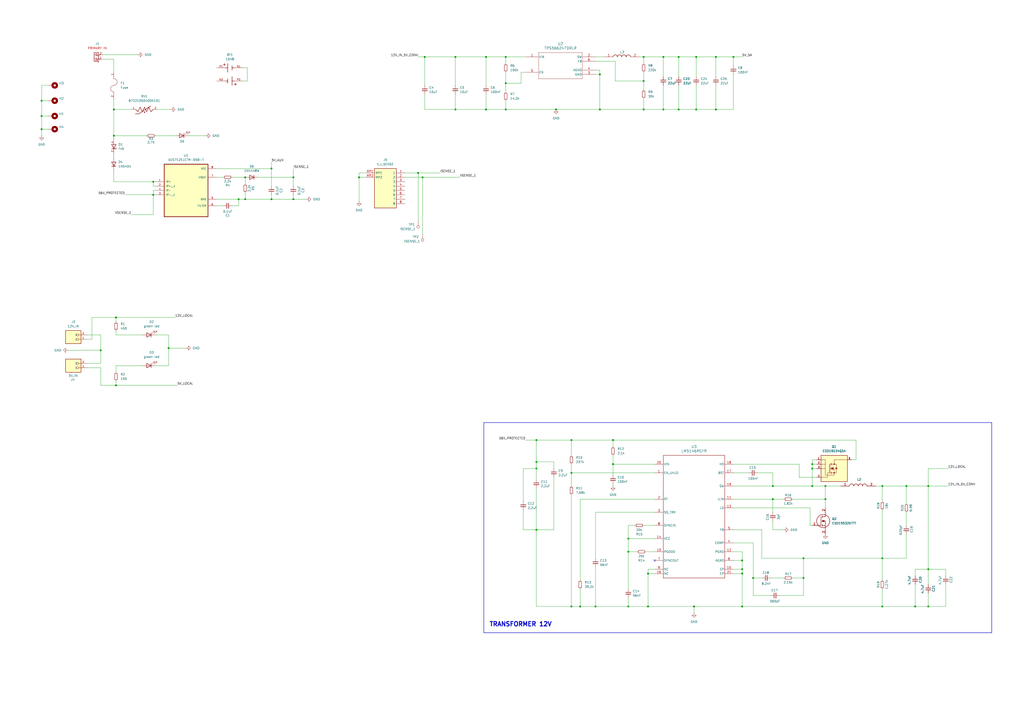
<source format=kicad_sch>
(kicad_sch (version 20231120) (generator "eeschema") (generator_version "8.0")
  (paper "A2")
  (title_block (title "LAYER_0 - PWD") (date "2024-08-05") (rev "Initial commit") (company "FabRice Team - Campus Fab"))
  (junction (at 415.29 63.5))
  (junction (at 511.81 351.79))
  (junction (at 311.15 307.34))
  (junction (at 436.88 335.28))
  (junction (at 281.94 63.5))
  (junction (at 448.31 281.94))
  (junction (at 355.6 255.27))
  (junction (at 466.09 323.85))
  (junction (at 478.79 281.94))
  (junction (at 242.57 100.33))
  (junction (at 511.81 281.94))
  (junction (at 345.44 351.79))
  (junction (at 142.24 102.87))
  (junction (at 373.38 46.99))
  (junction (at 347.98 63.5))
  (junction (at 538.48 281.94))
  (junction (at 373.38 63.5))
  (junction (at 24.13 58.42))
  (junction (at 336.55 351.79))
  (junction (at 375.92 351.79))
  (junction (at 66.04 78.74))
  (junction (at 355.6 269.24))
  (junction (at 311.15 271.78))
  (junction (at 170.18 102.87))
  (junction (at 208.28 102.87))
  (junction (at 142.24 115.57))
  (junction (at 138.43 115.57))
  (junction (at 281.94 33.02))
  (junction (at 364.49 320.04))
  (junction (at 511.81 323.85))
  (junction (at 170.18 115.57))
  (junction (at 384.81 63.5))
  (junction (at 347.98 43.18))
  (junction (at 425.45 33.02))
  (junction (at 311.15 255.27))
  (junction (at 538.48 351.79))
  (junction (at 293.37 33.02))
  (junction (at 293.37 63.5))
  (junction (at 430.53 332.74))
  (junction (at 448.31 289.56))
  (junction (at 471.17 271.78))
  (junction (at 88.9 105.41))
  (junction (at 264.16 33.02))
  (junction (at 67.31 184.15))
  (junction (at 415.29 33.02))
  (junction (at 331.47 274.32))
  (junction (at 157.48 97.79))
  (junction (at 311.15 267.97))
  (junction (at 24.13 74.93))
  (junction (at 430.53 325.12))
  (junction (at 97.79 201.93))
  (junction (at 331.47 351.79))
  (junction (at 58.42 203.2))
  (junction (at 393.7 63.5))
  (junction (at 403.86 63.5))
  (junction (at 402.59 351.79))
  (junction (at 331.47 255.27))
  (junction (at 157.48 115.57))
  (junction (at 393.7 33.02))
  (junction (at 375.92 332.74))
  (junction (at 293.37 48.26))
  (junction (at 364.49 351.79))
  (junction (at 24.13 67.31))
  (junction (at 88.9 113.03))
  (junction (at 373.38 33.02))
  (junction (at 66.04 63.5))
  (junction (at 430.53 351.79))
  (junction (at 538.48 330.2))
  (junction (at 67.31 223.52))
  (junction (at 525.78 281.94))
  (junction (at 322.58 63.5))
  (junction (at 364.49 312.42))
  (junction (at 264.16 63.5))
  (junction (at 471.17 269.24))
  (junction (at 245.11 102.87))
  (junction (at 430.53 330.2))
  (junction (at 403.86 33.02))
  (junction (at 471.17 281.94))
  (junction (at 478.79 289.56))
  (junction (at 246.38 33.02))
  (junction (at 384.81 33.02))
  (junction (at 466.09 335.28))
  (junction (at 530.86 351.79))
  (no_connect (at 379.73 325.12))
  (wire (pts (xy 530.86 330.2) (xy 538.48 330.2)))
  (wire (pts (xy 436.88 345.44) (xy 447.04 345.44)))
  (wire (pts (xy 53.34 196.85) (xy 50.8 196.85)))
  (wire (pts (xy 364.49 312.42) (xy 379.73 312.42)))
  (wire (pts (xy 403.86 33.02) (xy 415.29 33.02)))
  (wire (pts (xy 157.48 97.79) (xy 125.73 97.79)))
  (wire (pts (xy 384.81 63.5) (xy 373.38 63.5)))
  (wire (pts (xy 97.79 194.31) (xy 97.79 201.93)))
  (wire (pts (xy 90.17 194.31) (xy 97.79 194.31)))
  (wire (pts (xy 58.42 223.52) (xy 67.31 223.52)))
  (wire (pts (xy 430.53 351.79) (xy 511.81 351.79)))
  (wire (pts (xy 331.47 351.79) (xy 336.55 351.79)))
  (wire (pts (xy 436.88 314.96) (xy 436.88 335.28)))
  (wire (pts (xy 134.62 102.87) (xy 142.24 102.87)))
  (wire (pts (xy 67.31 184.15) (xy 67.31 186.69)))
  (wire (pts (xy 478.79 281.94) (xy 487.68 281.94)))
  (wire (pts (xy 548.64 351.79) (xy 538.48 351.79)))
  (wire (pts (xy 463.55 269.24) (xy 425.45 269.24)))
  (wire (pts (xy 311.15 267.97) (xy 321.31 267.97)))
  (wire (pts (xy 511.81 323.85) (xy 525.78 323.85)))
  (wire (pts (xy 466.09 323.85) (xy 466.09 335.28)))
  (wire (pts (xy 67.31 194.31) (xy 82.55 194.31)))
  (wire (pts (xy 303.53 271.78) (xy 303.53 290.83)))
  (wire (pts (xy 436.88 335.28) (xy 441.96 335.28)))
  (wire (pts (xy 281.94 54.61) (xy 281.94 63.5)))
  (wire (pts (xy 264.16 54.61) (xy 264.16 63.5)))
  (wire (pts (xy 345.44 328.93) (xy 345.44 351.79)))
  (wire (pts (xy 459.74 335.28) (xy 466.09 335.28)))
  (wire (pts (xy 441.96 323.85) (xy 466.09 323.85)))
  (wire (pts (xy 511.81 281.94) (xy 511.81 290.83)))
  (wire (pts (xy 415.29 63.5) (xy 403.86 63.5)))
  (wire (pts (xy 245.11 102.87) (xy 245.11 135.89)))
  (wire (pts (xy 311.15 283.21) (xy 311.15 307.34)))
  (wire (pts (xy 208.28 102.87) (xy 208.28 116.84)))
  (wire (pts (xy 425.45 33.02) (xy 430.53 33.02)))
  (wire (pts (xy 76.2 124.46) (xy 88.9 124.46)))
  (wire (pts (xy 355.6 269.24) (xy 379.73 269.24)))
  (wire (pts (xy 373.38 41.91) (xy 373.38 46.99)))
  (wire (pts (xy 525.78 309.88) (xy 525.78 323.85)))
  (wire (pts (xy 212.09 100.33) (xy 208.28 100.33)))
  (wire (pts (xy 67.31 184.15) (xy 101.6 184.15)))
  (wire (pts (xy 508 281.94) (xy 511.81 281.94)))
  (wire (pts (xy 425.45 314.96) (xy 436.88 314.96)))
  (wire (pts (xy 425.45 330.2) (xy 430.53 330.2)))
  (wire (pts (xy 379.73 330.2) (xy 375.92 330.2)))
  (wire (pts (xy 302.26 48.26) (xy 293.37 48.26)))
  (wire (pts (xy 448.31 302.26) (xy 448.31 307.34)))
  (wire (pts (xy 347.98 40.64) (xy 345.44 40.64)))
  (wire (pts (xy 403.86 33.02) (xy 403.86 44.45)))
  (wire (pts (xy 66.04 99.06) (xy 66.04 105.41)))
  (wire (pts (xy 356.87 35.56) (xy 356.87 46.99)))
  (wire (pts (xy 402.59 351.79) (xy 430.53 351.79)))
  (wire (pts (xy 430.53 332.74) (xy 430.53 351.79)))
  (wire (pts (xy 311.15 307.34) (xy 311.15 351.79)))
  (wire (pts (xy 393.7 33.02) (xy 393.7 44.45)))
  (wire (pts (xy 425.45 33.02) (xy 425.45 38.1)))
  (wire (pts (xy 242.57 33.02) (xy 246.38 33.02)))
  (wire (pts (xy 368.3 304.8) (xy 364.49 304.8)))
  (wire (pts (xy 538.48 281.94) (xy 549.91 281.94)))
  (wire (pts (xy 149.86 102.87) (xy 170.18 102.87)))
  (wire (pts (xy 402.59 351.79) (xy 402.59 355.6)))
  (wire (pts (xy 538.48 281.94) (xy 538.48 330.2)))
  (wire (pts (xy 525.78 281.94) (xy 538.48 281.94)))
  (wire (pts (xy 430.53 330.2) (xy 430.53 332.74)))
  (wire (pts (xy 67.31 220.98) (xy 67.31 223.52)))
  (wire (pts (xy 72.39 113.03) (xy 88.9 113.03)))
  (wire (pts (xy 439.42 274.32) (xy 448.31 274.32)))
  (wire (pts (xy 303.53 307.34) (xy 311.15 307.34)))
  (wire (pts (xy 441.96 307.34) (xy 441.96 323.85)))
  (wire (pts (xy 67.31 215.9) (xy 67.31 212.09)))
  (wire (pts (xy 246.38 54.61) (xy 246.38 63.5)))
  (wire (pts (xy 347.98 43.18) (xy 347.98 40.64)))
  (wire (pts (xy 447.04 335.28) (xy 454.66 335.28)))
  (wire (pts (xy 59.69 31.75) (xy 80.01 31.75)))
  (wire (pts (xy 473.71 266.7) (xy 471.17 266.7)))
  (wire (pts (xy 511.81 281.94) (xy 525.78 281.94)))
  (wire (pts (xy 364.49 304.8) (xy 364.49 312.42)))
  (wire (pts (xy 331.47 274.32) (xy 331.47 281.94)))
  (wire (pts (xy 355.6 255.27) (xy 355.6 259.08)))
  (wire (pts (xy 425.45 294.64) (xy 469.9 294.64)))
  (wire (pts (xy 331.47 255.27) (xy 331.47 264.16)))
  (wire (pts (xy 88.9 110.49) (xy 88.9 113.03)))
  (wire (pts (xy 478.79 289.56) (xy 478.79 294.64)))
  (wire (pts (xy 138.43 115.57) (xy 138.43 119.38)))
  (wire (pts (xy 331.47 269.24) (xy 331.47 274.32)))
  (wire (pts (xy 525.78 281.94) (xy 525.78 292.1)))
  (wire (pts (xy 345.44 297.18) (xy 379.73 297.18)))
  (wire (pts (xy 58.42 194.31) (xy 50.8 194.31)))
  (wire (pts (xy 293.37 41.91) (xy 293.37 48.26)))
  (wire (pts (xy 91.44 63.5) (xy 99.06 63.5)))
  (wire (pts (xy 90.17 212.09) (xy 97.79 212.09)))
  (wire (pts (xy 538.48 271.78) (xy 538.48 281.94)))
  (wire (pts (xy 39.37 203.2) (xy 58.42 203.2)))
  (wire (pts (xy 293.37 58.42) (xy 293.37 63.5)))
  (wire (pts (xy 548.64 330.2) (xy 548.64 334.01)))
  (wire (pts (xy 24.13 58.42) (xy 24.13 67.31)))
  (wire (pts (xy 293.37 63.5) (xy 281.94 63.5)))
  (wire (pts (xy 66.04 63.5) (xy 76.2 63.5)))
  (wire (pts (xy 143.51 39.37) (xy 143.51 46.99)))
  (wire (pts (xy 90.17 107.95) (xy 88.9 107.95)))
  (wire (pts (xy 356.87 46.99) (xy 373.38 46.99)))
  (wire (pts (xy 448.31 307.34) (xy 454.66 307.34)))
  (wire (pts (xy 321.31 267.97) (xy 321.31 271.78)))
  (wire (pts (xy 347.98 63.5) (xy 347.98 43.18)))
  (wire (pts (xy 321.31 276.86) (xy 321.31 307.34)))
  (wire (pts (xy 336.55 289.56) (xy 379.73 289.56)))
  (wire (pts (xy 302.26 41.91) (xy 302.26 48.26)))
  (wire (pts (xy 66.04 78.74) (xy 85.09 78.74)))
  (wire (pts (xy 24.13 74.93) (xy 27.94 74.93)))
  (wire (pts (xy 170.18 102.87) (xy 170.18 107.95)))
  (wire (pts (xy 142.24 102.87) (xy 142.24 106.68)))
  (wire (pts (xy 496.57 266.7) (xy 494.03 266.7)))
  (wire (pts (xy 143.51 46.99) (xy 140.97 46.99)))
  (wire (pts (xy 373.38 33.02) (xy 373.38 36.83)))
  (wire (pts (xy 66.04 105.41) (xy 88.9 105.41)))
  (wire (pts (xy 393.7 49.53) (xy 393.7 63.5)))
  (wire (pts (xy 452.12 345.44) (xy 466.09 345.44)))
  (wire (pts (xy 311.15 307.34) (xy 321.31 307.34)))
  (wire (pts (xy 511.81 323.85) (xy 511.81 336.55)))
  (wire (pts (xy 530.86 339.09) (xy 530.86 351.79)))
  (wire (pts (xy 142.24 115.57) (xy 157.48 115.57)))
  (wire (pts (xy 425.45 320.04) (xy 430.53 320.04)))
  (wire (pts (xy 255.27 100.33) (xy 242.57 100.33)))
  (wire (pts (xy 53.34 184.15) (xy 53.34 196.85)))
  (wire (pts (xy 304.8 255.27) (xy 311.15 255.27)))
  (wire (pts (xy 430.53 325.12) (xy 430.53 330.2)))
  (wire (pts (xy 24.13 67.31) (xy 27.94 67.31)))
  (wire (pts (xy 345.44 323.85) (xy 345.44 297.18)))
  (wire (pts (xy 157.48 93.98) (xy 157.48 97.79)))
  (wire (pts (xy 430.53 320.04) (xy 430.53 325.12)))
  (wire (pts (xy 355.6 269.24) (xy 355.6 275.59)))
  (wire (pts (xy 345.44 43.18) (xy 347.98 43.18)))
  (wire (pts (xy 66.04 34.29) (xy 66.04 41.91)))
  (wire (pts (xy 293.37 63.5) (xy 322.58 63.5)))
  (wire (pts (xy 466.09 323.85) (xy 511.81 323.85)))
  (wire (pts (xy 436.88 335.28) (xy 436.88 345.44)))
  (wire (pts (xy 425.45 43.18) (xy 425.45 63.5)))
  (wire (pts (xy 471.17 271.78) (xy 471.17 281.94)))
  (wire (pts (xy 24.13 67.31) (xy 24.13 74.93)))
  (wire (pts (xy 170.18 97.79) (xy 170.18 102.87)))
  (wire (pts (xy 373.38 46.99) (xy 373.38 52.07)))
  (wire (pts (xy 345.44 35.56) (xy 356.87 35.56)))
  (wire (pts (xy 478.79 289.56) (xy 478.79 281.94)))
  (wire (pts (xy 425.45 325.12) (xy 430.53 325.12)))
  (wire (pts (xy 425.45 307.34) (xy 441.96 307.34)))
  (wire (pts (xy 311.15 351.79) (xy 331.47 351.79)))
  (wire (pts (xy 548.64 339.09) (xy 548.64 351.79)))
  (wire (pts (xy 67.31 212.09) (xy 82.55 212.09)))
  (wire (pts (xy 373.38 304.8) (xy 379.73 304.8)))
  (wire (pts (xy 66.04 91.44) (xy 66.04 90.17)))
  (wire (pts (xy 364.49 320.04) (xy 369.57 320.04)))
  (wire (pts (xy 66.04 57.15) (xy 66.04 63.5)))
  (wire (pts (xy 355.6 264.16) (xy 355.6 269.24)))
  (wire (pts (xy 425.45 332.74) (xy 430.53 332.74)))
  (wire (pts (xy 448.31 289.56) (xy 448.31 297.18)))
  (wire (pts (xy 384.81 33.02) (xy 393.7 33.02)))
  (wire (pts (xy 425.45 274.32) (xy 434.34 274.32)))
  (wire (pts (xy 24.13 74.93) (xy 24.13 78.74)))
  (wire (pts (xy 97.79 212.09) (xy 97.79 201.93)))
  (wire (pts (xy 393.7 63.5) (xy 384.81 63.5)))
  (wire (pts (xy 347.98 63.5) (xy 373.38 63.5)))
  (wire (pts (xy 264.16 33.02) (xy 264.16 49.53)))
  (wire (pts (xy 50.8 210.82) (xy 58.42 210.82)))
  (wire (pts (xy 384.81 33.02) (xy 384.81 44.45)))
  (wire (pts (xy 471.17 266.7) (xy 471.17 269.24)))
  (wire (pts (xy 375.92 332.74) (xy 375.92 351.79)))
  (wire (pts (xy 373.38 57.15) (xy 373.38 63.5)))
  (wire (pts (xy 170.18 115.57) (xy 177.8 115.57)))
  (wire (pts (xy 511.81 295.91) (xy 511.81 323.85)))
  (wire (pts (xy 66.04 78.74) (xy 66.04 80.01)))
  (wire (pts (xy 331.47 287.02) (xy 331.47 351.79)))
  (wire (pts (xy 364.49 351.79) (xy 375.92 351.79)))
  (wire (pts (xy 364.49 341.63) (xy 364.49 320.04)))
  (wire (pts (xy 97.79 201.93) (xy 107.95 201.93)))
  (wire (pts (xy 246.38 33.02) (xy 246.38 49.53)))
  (wire (pts (xy 67.31 223.52) (xy 102.87 223.52)))
  (wire (pts (xy 245.11 102.87) (xy 266.7 102.87)))
  (wire (pts (xy 293.37 48.26) (xy 293.37 53.34)))
  (wire (pts (xy 471.17 281.94) (xy 478.79 281.94)))
  (wire (pts (xy 530.86 351.79) (xy 538.48 351.79)))
  (wire (pts (xy 425.45 281.94) (xy 448.31 281.94)))
  (wire (pts (xy 24.13 58.42) (xy 27.94 58.42)))
  (wire (pts (xy 88.9 113.03) (xy 90.17 113.03)))
  (wire (pts (xy 415.29 33.02) (xy 425.45 33.02)))
  (wire (pts (xy 293.37 33.02) (xy 293.37 36.83)))
  (wire (pts (xy 208.28 100.33) (xy 208.28 102.87)))
  (wire (pts (xy 549.91 271.78) (xy 538.48 271.78)))
  (wire (pts (xy 364.49 346.71) (xy 364.49 351.79)))
  (wire (pts (xy 53.34 184.15) (xy 67.31 184.15)))
  (wire (pts (xy 345.44 351.79) (xy 364.49 351.79)))
  (wire (pts (xy 538.48 330.2) (xy 538.48 339.09)))
  (wire (pts (xy 281.94 63.5) (xy 264.16 63.5)))
  (wire (pts (xy 373.38 33.02) (xy 384.81 33.02)))
  (wire (pts (xy 88.9 107.95) (xy 88.9 105.41)))
  (wire (pts (xy 157.48 113.03) (xy 157.48 115.57)))
  (wire (pts (xy 170.18 113.03) (xy 170.18 115.57)))
  (wire (pts (xy 66.04 63.5) (xy 66.04 78.74)))
  (wire (pts (xy 140.97 39.37) (xy 143.51 39.37)))
  (wire (pts (xy 88.9 105.41) (xy 90.17 105.41)))
  (wire (pts (xy 264.16 33.02) (xy 281.94 33.02)))
  (wire (pts (xy 58.42 194.31) (xy 58.42 203.2)))
  (wire (pts (xy 364.49 320.04) (xy 364.49 312.42)))
  (wire (pts (xy 448.31 289.56) (xy 454.66 289.56)))
  (wire (pts (xy 125.73 102.87) (xy 129.54 102.87)))
  (wire (pts (xy 90.17 78.74) (xy 101.6 78.74)))
  (wire (pts (xy 281.94 33.02) (xy 281.94 49.53)))
  (wire (pts (xy 88.9 124.46) (xy 88.9 113.03)))
  (wire (pts (xy 58.42 213.36) (xy 50.8 213.36)))
  (wire (pts (xy 538.48 330.2) (xy 548.64 330.2)))
  (wire (pts (xy 415.29 33.02) (xy 415.29 44.45)))
  (wire (pts (xy 24.13 49.53) (xy 24.13 58.42)))
  (wire (pts (xy 384.81 49.53) (xy 384.81 63.5)))
  (wire (pts (xy 511.81 341.63) (xy 511.81 351.79)))
  (wire (pts (xy 293.37 33.02) (xy 304.8 33.02)))
  (wire (pts (xy 496.57 255.27) (xy 496.57 266.7)))
  (wire (pts (xy 530.86 334.01) (xy 530.86 330.2)))
  (wire (pts (xy 208.28 102.87) (xy 212.09 102.87)))
  (wire (pts (xy 246.38 33.02) (xy 264.16 33.02)))
  (wire (pts (xy 375.92 332.74) (xy 379.73 332.74)))
  (wire (pts (xy 415.29 49.53) (xy 415.29 63.5)))
  (wire (pts (xy 375.92 330.2) (xy 375.92 332.74)))
  (wire (pts (xy 58.42 223.52) (xy 58.42 213.36)))
  (wire (pts (xy 425.45 63.5) (xy 415.29 63.5)))
  (wire (pts (xy 322.58 63.5) (xy 347.98 63.5)))
  (wire (pts (xy 466.09 335.28) (xy 466.09 345.44)))
  (wire (pts (xy 469.9 304.8) (xy 471.17 304.8)))
  (wire (pts (xy 375.92 351.79) (xy 402.59 351.79)))
  (wire (pts (xy 525.78 297.18) (xy 525.78 304.8)))
  (wire (pts (xy 473.71 276.86) (xy 463.55 276.86)))
  (wire (pts (xy 59.69 34.29) (xy 66.04 34.29)))
  (wire (pts (xy 109.22 78.74) (xy 119.38 78.74)))
  (wire (pts (xy 471.17 271.78) (xy 473.71 271.78)))
  (wire (pts (xy 336.55 351.79) (xy 345.44 351.79)))
  (wire (pts (xy 403.86 63.5) (xy 393.7 63.5)))
  (wire (pts (xy 336.55 336.55) (xy 336.55 289.56)))
  (wire (pts (xy 355.6 280.67) (xy 355.6 281.94)))
  (wire (pts (xy 67.31 191.77) (xy 67.31 194.31)))
  (wire (pts (xy 281.94 33.02) (xy 293.37 33.02)))
  (wire (pts (xy 242.57 100.33) (xy 234.95 100.33)))
  (wire (pts (xy 27.94 49.53) (xy 24.13 49.53)))
  (wire (pts (xy 125.73 115.57) (xy 138.43 115.57)))
  (wire (pts (xy 157.48 97.79) (xy 157.48 107.95)))
  (wire (pts (xy 311.15 267.97) (xy 311.15 271.78)))
  (wire (pts (xy 425.45 289.56) (xy 448.31 289.56)))
  (wire (pts (xy 331.47 274.32) (xy 379.73 274.32)))
  (wire (pts (xy 469.9 294.64) (xy 469.9 304.8)))
  (wire (pts (xy 463.55 276.86) (xy 463.55 269.24)))
  (wire (pts (xy 304.8 41.91) (xy 302.26 41.91)))
  (wire (pts (xy 125.73 119.38) (xy 129.54 119.38)))
  (wire (pts (xy 448.31 281.94) (xy 471.17 281.94)))
  (wire (pts (xy 58.42 203.2) (xy 58.42 210.82)))
  (wire (pts (xy 355.6 255.27) (xy 496.57 255.27)))
  (wire (pts (xy 311.15 255.27) (xy 331.47 255.27)))
  (wire (pts (xy 345.44 33.02) (xy 350.52 33.02)))
  (wire (pts (xy 471.17 269.24) (xy 473.71 269.24)))
  (wire (pts (xy 311.15 255.27) (xy 311.15 267.97)))
  (wire (pts (xy 459.74 289.56) (xy 478.79 289.56)))
  (wire (pts (xy 538.48 344.17) (xy 538.48 351.79)))
  (wire (pts (xy 448.31 274.32) (xy 448.31 281.94)))
  (wire (pts (xy 90.17 110.49) (xy 88.9 110.49)))
  (wire (pts (xy 264.16 63.5) (xy 246.38 63.5)))
  (wire (pts (xy 331.47 255.27) (xy 355.6 255.27)))
  (wire (pts (xy 403.86 49.53) (xy 403.86 63.5)))
  (wire (pts (xy 370.84 33.02) (xy 373.38 33.02)))
  (wire (pts (xy 311.15 271.78) (xy 311.15 278.13)))
  (wire (pts (xy 142.24 111.76) (xy 142.24 115.57)))
  (wire (pts (xy 303.53 271.78) (xy 311.15 271.78)))
  (wire (pts (xy 374.65 320.04) (xy 379.73 320.04)))
  (wire (pts (xy 511.81 351.79) (xy 530.86 351.79)))
  (wire (pts (xy 242.57 100.33) (xy 242.57 128.27)))
  (wire (pts (xy 471.17 269.24) (xy 471.17 271.78)))
  (wire (pts (xy 336.55 341.63) (xy 336.55 351.79)))
  (wire (pts (xy 234.95 102.87) (xy 245.11 102.87)))
  (wire (pts (xy 138.43 115.57) (xy 142.24 115.57)))
  (wire (pts (xy 393.7 33.02) (xy 403.86 33.02)))
  (wire (pts (xy 157.48 115.57) (xy 170.18 115.57)))
  (wire (pts (xy 303.53 295.91) (xy 303.53 307.34)))
  (wire (pts (xy 134.62 119.38) (xy 138.43 119.38)))
  (rectangle (start 280.67 245.11) (end 575.31 367.03) (stroke (width 0.254)))
  (text "TRANSFORMER 12V\n" (at 302.006 362.204 0) (effects (font (size 2.54 2.54) (thickness 0.508) (bold yes))))
  (label "56V_PROTECTED" (at 304.8 255.27 180))
  (label "12V_LOCAL" (at 101.6 184.15 0))
  (label "VSENSE_1" (at 76.2 124.46 180))
  (label "12V_IN_5V_CONV" (at 549.91 281.94 0))
  (label "12V_IN_5V_CONV" (at 242.57 33.02 180))
  (label "12V_LOCAL" (at 549.91 271.78 0))
  (label "5V_5A" (at 430.53 33.02 0))
  (label "ISENSE_1" (at 170.18 97.79 0))
  (label "5V_AUX" (at 157.48 93.98 0))
  (label "ISENSE_1" (at 255.27 100.33 0))
  (label "56V_PROTECTED" (at 72.39 113.03 180))
  (label "VSENSE_1" (at 266.7 102.87 0))
  (label "5V_LOCAL" (at 102.87 223.52 0))
  (symbol (lib_id "Device:R_Small") (at 87.63 78.74 270) (unit 1)
    (property "Reference" "R3" (at 87.63 80.518 90))
    (property "Value" "2.7K" (at 87.63 82.55 90))
    (property "Footprint" "Resistor_SMD:R_1206_3216Metric" (effects (hide yes)))
    (property "Description" "Resistor, small symbol" (effects (hide yes)))
  )
  (symbol (lib_id "0679H3000-05:0679H3000-05") (at 66.04 49.53 270) (unit 1)
    (property "Reference" "F1" (at 69.85 48.2599 90) (effects (justify left)))
    (property "Value" "Fuse" (at 69.85 50.7999 90) (effects (justify left)))
    (property "Footprint" "Footprints:FUSC6125X279N" (effects (hide yes)))
    (property "PARTREV" "0679H Apr2019" (effects (hide yes)))
    (property "MANUFACTURER" "BELFUSE" (effects (hide yes)))
    (property "MAXIMUM_PACKAGE_HEIGHT" "2.79mm" (effects (hide yes)))
    (property "STANDARD" "IPC-7351B" (effects (hide yes)))
  )
  (symbol (lib_id "power:GND") (at 322.58 63.5 0) (unit 1)
    (property "Reference" "#PWR03" (effects (hide yes)))
    (property "Value" "GND" (at 322.58 68.58 0))
    (property "Description" "Power symbol creates a global label with name \"GND\" , ground" (effects (hide yes)))
  )
  (symbol (lib_id "Device:C_Small") (at 436.88 274.32 90) (unit 1)
    (property "Reference" "C15" (at 436.626 271.272 90))
    (property "Value" "100nF" (at 436.88 277.622 90))
    (property "Footprint" "Capacitor_SMD:C_0603_1608Metric" (effects (hide yes)))
    (property "Description" "Unpolarized capacitor, small symbol" (effects (hide yes)))
  )
  (symbol (lib_id "Device:C_Small") (at 548.64 336.55 0) (unit 1)
    (property "Reference" "C22" (at 551.688 336.296 90))
    (property "Value" "4.7uF" (at 545.338 336.55 90))
    (property "Footprint" "Capacitor_SMD:C_1210_3225Metric" (effects (hide yes)))
    (property "Description" "Unpolarized capacitor, small symbol" (effects (hide yes)))
  )
  (symbol (lib_id "Device:C_Small") (at 425.45 40.64 0) (unit 1)
    (property "Reference" "C8" (at 427.99 39.3762 0) (effects (justify left)))
    (property "Value" "100nF" (at 427.99 41.9162 0) (effects (justify left)))
    (property "Footprint" "Capacitor_SMD:C_0603_1608Metric" (effects (hide yes)))
    (property "Description" "Unpolarized capacitor, small symbol" (effects (hide yes)))
  )
  (symbol (lib_id "Device:R_Small") (at 370.84 304.8 90) (unit 1)
    (property "Reference" "R15" (at 370.84 309.88 90))
    (property "Value" "20k" (at 370.84 307.34 90))
    (property "Footprint" "Resistor_SMD:R_0603_1608Metric" (effects (hide yes)))
    (property "Description" "Resistor, small symbol" (effects (hide yes)))
  )
  (symbol (lib_id "Device:C_Small") (at 525.78 307.34 0) (unit 1)
    (property "Reference" "C19" (at 528.828 307.086 90))
    (property "Value" "620pF" (at 522.478 307.34 90))
    (property "Footprint" "Capacitor_SMD:C_0603_1608Metric" (effects (hide yes)))
    (property "Description" "Unpolarized capacitor, small symbol" (effects (hide yes)))
  )
  (symbol (lib_id "TPS566247DRLR:TPS566247DRLR") (at 304.8 35.56 0) (unit 1)
    (property "Reference" "U2" (at 325.12 25.4 0) (effects (font (size 1.524 1.524))))
    (property "Value" "TPS566247DRLR" (at 325.12 27.94 0) (effects (font (size 1.524 1.524))))
    (property "Footprint" "SOT-5X3-6_DRL_TEX" (effects (hide yes)))
    (property "Datasheet" "TPS566247DRLR" (effects (hide yes)))
  )
  (symbol (lib_id "Device:C_Small") (at 157.48 110.49 180) (unit 1)
    (property "Reference" "C2" (at 163.068 110.49 90))
    (property "Value" "0.1uF" (at 160.782 110.49 90))
    (property "Footprint" "Capacitor_SMD:C_0603_1608Metric" (effects (hide yes)))
    (property "Description" "Unpolarized capacitor, small symbol" (effects (hide yes)))
  )
  (symbol (lib_id "Device:R_Small") (at 293.37 39.37 0) (unit 1)
    (property "Reference" "R6" (at 295.91 38.0999 0) (effects (justify left)))
    (property "Value" "100k" (at 295.91 40.6399 0) (effects (justify left)))
    (property "Footprint" "Resistor_SMD:R_0603_1608Metric" (effects (hide yes)))
    (property "Description" "Resistor, small symbol" (effects (hide yes)))
  )
  (symbol (lib_id "Device:R_Small") (at 355.6 261.62 0) (unit 1)
    (property "Reference" "R12" (at 358.14 260.3499 0) (effects (justify left)))
    (property "Value" "2.1k" (at 358.14 262.8899 0) (effects (justify left)))
    (property "Footprint" "Resistor_SMD:R_0603_1608Metric" (effects (hide yes)))
    (property "Description" "Resistor, small symbol" (effects (hide yes)))
  )
  (symbol (lib_id "XAL5030-222MEC:XAL5030-222MEC") (at 350.52 33.02 0) (unit 1)
    (property "Reference" "L3" (at 360.934 30.226 0))
    (property "Value" "XAL5030-222MEC" (effects (hide yes)))
    (property "Footprint" "XAL5030222MEC" (effects (hide yes)))
    (property "Datasheet" "https://www.coilcraft.com/getmedia/49bc46c8-4b2c-45b9-9b6c-2eaa235ea698/xal50xx.pdf" (effects (hide yes)))
    (property "Description" "INDUCTOR, 2.2UH, 9.2A, 20%, PWR, 38MHZ" (effects (hide yes)))
    (property "Height" "3.1" (effects (hide yes)))
    (property "Mouser Part Number" "994-XAL5030-222MEC" (effects (hide yes)))
    (property "Mouser Price/Stock" "https://www.mouser.co.uk/ProductDetail/Coilcraft/XAL5030-222MEC?qs=zCSbvcPd3pamMZlPWCpd5A%3D%3D" (effects (hide yes)))
    (property "Manufacturer_Name" "COILCRAFT" (effects (hide yes)))
    (property "Manufacturer_Part_Number" "XAL5030-222MEC" (effects (hide yes)))
  )
  (symbol (lib_id "power:GND") (at 119.38 78.74 90) (unit 1)
    (property "Reference" "#PWR05" (effects (hide yes)))
    (property "Value" "GND" (at 123.19 78.7399 90) (effects (justify right)))
    (property "Description" "Power symbol creates a global label with name \"GND\" , ground" (effects (hide yes)))
  )
  (symbol (lib_id "Mechanical:MountingHole_Pad") (at 30.48 49.53 270) (unit 1) (exclude_from_sim yes) (in_bom no)
    (property "Reference" "H3" (at 34.29 48.2599 90) (effects (justify left)))
    (property "Value" "MountingHole_Pad" (effects (hide yes)))
    (property "Footprint" "MountingHole:MountingHole_3.2mm_M3_Pad" (effects (hide yes)))
    (property "Description" "Mounting Hole with connection" (effects (hide yes)))
  )
  (symbol (lib_id "power:GND") (at 99.06 63.5 90) (unit 1)
    (property "Reference" "#PWR04" (effects (hide yes)))
    (property "Value" "GND" (at 102.87 63.4999 90) (effects (justify right)))
    (property "Description" "Power symbol creates a global label with name \"GND\" , ground" (effects (hide yes)))
  )
  (symbol (lib_id "Device:C_Small") (at 538.48 341.63 0) (unit 1)
    (property "Reference" "C21" (at 541.528 341.376 90))
    (property "Value" "4.7uF" (at 535.178 341.63 90))
    (property "Footprint" "Capacitor_SMD:C_1210_3225Metric" (effects (hide yes)))
    (property "Description" "Unpolarized capacitor, small symbol" (effects (hide yes)))
  )
  (symbol (lib_id "power:GND") (at 39.37 203.2 270) (unit 1)
    (property "Reference" "#PWR06" (effects (hide yes)))
    (property "Value" "GND" (at 35.56 203.1999 90) (effects (justify right)))
    (property "Description" "Power symbol creates a global label with name \"GND\" , ground" (effects (hide yes)))
  )
  (symbol (lib_id "power:GND") (at 208.28 116.84 0) (unit 1)
    (property "Reference" "#PWR013" (effects (hide yes)))
    (property "Value" "GND" (at 208.28 121.92 0))
    (property "Description" "Power symbol creates a global label with name \"GND\" , ground" (effects (hide yes)))
  )
  (symbol (lib_id "Diode:1N5404") (at 66.04 95.25 90) (unit 1)
    (property "Reference" "D4" (at 68.58 93.9799 90) (effects (justify right)))
    (property "Value" "1N5404" (at 68.58 96.5199 90) (effects (justify right)))
    (property "Footprint" "Diode_THT:D_DO-201AD_P15.24mm_Horizontal" (effects (hide yes)))
    (property "Datasheet" "http://www.vishay.com/docs/88516/1n5400.pdf" (effects (hide yes)))
    (property "Description" "400V 3A General Purpose Rectifier Diode, DO-201AD" (effects (hide yes)))
    (property "Sim.Device" "D" (effects (hide yes)))
    (property "Sim.Pins" "1=K 2=A" (effects (hide yes)))
  )
  (symbol (lib_id "Device:R_Small") (at 331.47 284.48 0) (unit 1)
    (property "Reference" "R11" (at 334.01 283.2099 0) (effects (justify left)))
    (property "Value" "7.68k" (at 334.01 285.7499 0) (effects (justify left)))
    (property "Footprint" "Resistor_SMD:R_0603_1608Metric" (effects (hide yes)))
    (property "Description" "Resistor, small symbol" (effects (hide yes)))
  )
  (symbol (lib_id "1735265-8:1735265-8") (at 212.09 100.33 0) (unit 1)
    (property "Reference" "J5" (at 223.52 92.71 0))
    (property "Value" "V_I_SENSE" (at 223.52 95.25 0))
    (property "Footprint" "Footprints:17352658" (effects (hide yes)))
    (property "Datasheet" "https://www.te.com/commerce/DocumentDelivery/DDEController?Action=srchrtrv&DocNm=1-1773959-7-FPC-Connectors-CN&DocType=Data%20Sheet&DocLang=Chinese (Simplified)&PartCntxt=1735265-8&DocFormat=pdf" (effects (hide yes)))
    (property "Description" "Body Features: Primary Product Color Natural | Configuration Features: Compatible With Wire & Cable Type FFC | Number of Positions 8 | Number of Rows 1 | PCB Mount Orientation Right Angle | Compatible With Wire & Cable Type FPC | Contact Features: Contact Mating Location Bottom | Contact Mating Area Plating Material Thickness 2 MICIN | Contact Shape & Form Standard Flat | Contact Mating Area Plating Material Gold | Contact Type Socket | Contact Base Material Phosphor Bronze | PCB Contact Termination Area Pl" (effects (hide yes)))
    (property "Height" "2.74" (effects (hide yes)))
    (property "Mouser Part Number" "571-1735265-8" (effects (hide yes)))
    (property "Mouser Price/Stock" "https://www.mouser.co.uk/ProductDetail/TE-Connectivity-AMP/1735265-8?qs=vkMqrgFpRajjm%252BbPDw7SSA%3D%3D" (effects (hide yes)))
    (property "Manufacturer_Name" "TE Connectivity" (effects (hide yes)))
    (property "Manufacturer_Part_Number" "1735265-8" (effects (hide yes)))
  )
  (symbol (lib_id "Device:C_Small") (at 530.86 336.55 0) (unit 1)
    (property "Reference" "C20" (at 533.908 336.296 90))
    (property "Value" "4.7uF" (at 527.558 336.55 90))
    (property "Footprint" "Capacitor_SMD:C_1210_3225Metric" (effects (hide yes)))
    (property "Description" "Unpolarized capacitor, small symbol" (effects (hide yes)))
  )
  (symbol (lib_id "Device:C_Small") (at 384.81 46.99 0) (unit 1)
    (property "Reference" "C7" (at 387.35 45.7262 0) (effects (justify left)))
    (property "Value" "22uF" (at 387.35 48.2662 0) (effects (justify left)))
    (property "Footprint" "Capacitor_SMD:C_0805_2012Metric" (effects (hide yes)))
    (property "Description" "Unpolarized capacitor, small symbol" (effects (hide yes)))
  )
  (symbol (lib_id "Device:C_Small") (at 264.16 52.07 0) (unit 1)
    (property "Reference" "C5" (at 266.7 50.8062 0) (effects (justify left)))
    (property "Value" "10uF" (at 266.7 53.3462 0) (effects (justify left)))
    (property "Footprint" "Capacitor_SMD:C_0805_2012Metric" (effects (hide yes)))
    (property "Description" "Unpolarized capacitor, small symbol" (effects (hide yes)))
  )
  (symbol (lib_id "power:GND") (at 454.66 307.34 90) (unit 1)
    (property "Reference" "#PWR011" (effects (hide yes)))
    (property "Value" "GND" (at 458.47 307.3399 90) (effects (justify right)))
    (property "Description" "Power symbol creates a global label with name \"GND\" , ground" (effects (hide yes)))
  )
  (symbol (lib_id "Device:C_Small") (at 444.5 335.28 90) (unit 1)
    (property "Reference" "C18" (at 444.246 332.232 90))
    (property "Value" "8.2nF" (at 444.5 338.582 90))
    (property "Footprint" "Capacitor_SMD:C_0603_1608Metric" (effects (hide yes)))
    (property "Description" "Unpolarized capacitor, small symbol" (effects (hide yes)))
  )
  (symbol (lib_id "Device:R_Small") (at 331.47 266.7 0) (unit 1)
    (property "Reference" "R10" (at 334.01 265.4299 0) (effects (justify left)))
    (property "Value" "237k" (at 334.01 267.9699 0) (effects (justify left)))
    (property "Footprint" "Resistor_SMD:R_0603_1608Metric" (effects (hide yes)))
    (property "Description" "Resistor, small symbol" (effects (hide yes)))
  )
  (symbol (lib_id "Device:R_Small") (at 67.31 189.23 0) (unit 1)
    (property "Reference" "R1" (at 69.85 187.9599 0) (effects (justify left)))
    (property "Value" "450" (at 69.85 190.4999 0) (effects (justify left)))
    (property "Footprint" "Resistor_SMD:R_1206_3216Metric" (effects (hide yes)))
    (property "Description" "Resistor, small symbol" (effects (hide yes)))
  )
  (symbol (lib_id "Mechanical:MountingHole_Pad") (at 30.48 67.31 270) (unit 1) (exclude_from_sim yes) (in_bom no)
    (property "Reference" "H1" (at 34.29 66.0399 90) (effects (justify left)))
    (property "Value" "MountingHole_Pad" (effects (hide yes)))
    (property "Footprint" "MountingHole:MountingHole_3.2mm_M3_Pad" (effects (hide yes)))
    (property "Description" "Mounting Hole with connection" (effects (hide yes)))
  )
  (symbol (lib_id "Device:C_Small") (at 281.94 52.07 0) (unit 1)
    (property "Reference" "C6" (at 284.48 50.8062 0) (effects (justify left)))
    (property "Value" "100nF" (at 284.48 53.3462 0) (effects (justify left)))
    (property "Footprint" "Resistor_SMD:R_0603_1608Metric" (effects (hide yes)))
    (property "Description" "Unpolarized capacitor, small symbol" (effects (hide yes)))
  )
  (symbol (lib_id "Device:C_Small") (at 246.38 52.07 0) (unit 1)
    (property "Reference" "C4" (at 248.92 50.8062 0) (effects (justify left)))
    (property "Value" "10uF" (at 248.92 53.3462 0) (effects (justify left)))
    (property "Footprint" "Capacitor_SMD:C_0805_2012Metric" (effects (hide yes)))
    (property "Description" "Unpolarized capacitor, small symbol" (effects (hide yes)))
  )
  (symbol (lib_id "power:GND") (at 478.79 309.88 0) (unit 1)
    (property "Reference" "#PWR010" (effects (hide yes)))
    (property "Value" "GND" (at 478.79 314.96 0))
    (property "Description" "Power symbol creates a global label with name \"GND\" , ground" (effects (hide yes)))
  )
  (symbol (lib_id "CSD19532KTTT:CSD19532KTTT") (at 471.17 304.8 0) (unit 1)
    (property "Reference" "Q2" (at 482.6 300.9899 0) (effects (justify left)))
    (property "Value" "CSD19532KTTT" (at 482.6 303.5299 0) (effects (justify left)))
    (property "Footprint" "CSD19536KTTT" (effects (hide yes)))
    (property "Datasheet" "http://www.ti.com/lit/gpn/CSD19532KTT" (effects (hide yes)))
    (property "Description" "100V, N ch NexFET MOSFET, single D2PAK, 5.6mOhm" (effects (hide yes)))
    (property "Mouser Part Number" "595-CSD19532KTTT" (effects (hide yes)))
    (property "Mouser Price/Stock" "https://www.mouser.co.uk/ProductDetail/Texas-Instruments/CSD19532KTTT?qs=W66WzN12R3ZnPRsHqz4ePw%3D%3D" (effects (hide yes)))
    (property "Manufacturer_Name" "Texas Instruments" (effects (hide yes)))
    (property "Manufacturer_Part_Number" "CSD19532KTTT" (effects (hide yes)))
  )
  (symbol (lib_id "Device:C_Small") (at 345.44 326.39 0) (unit 1)
    (property "Reference" "C13" (at 347.98 325.1262 0) (effects (justify left)))
    (property "Value" "56nF" (at 347.98 327.6662 0) (effects (justify left)))
    (property "Footprint" "Capacitor_SMD:C_0603_1608Metric" (effects (hide yes)))
    (property "Description" "Unpolarized capacitor, small symbol" (effects (hide yes)))
  )
  (symbol (lib_id "Device:LED") (at 105.41 78.74 180) (unit 1)
    (property "Reference" "D5" (at 105.664 82.042 0))
    (property "Value" "LED" (effects (hide yes)))
    (property "Footprint" "LED_SMD:LED_0805_2012Metric" (effects (hide yes)))
    (property "Description" "Light emitting diode" (effects (hide yes)))
  )
  (symbol (lib_id "Device:R_Small") (at 525.78 294.64 180) (unit 1)
    (property "Reference" "R20" (at 523.494 294.64 90))
    (property "Value" "6.98" (at 528.32 294.64 90))
    (property "Footprint" "Resistor_SMD:R_0603_1608Metric" (effects (hide yes)))
    (property "Description" "Resistor, small symbol" (effects (hide yes)))
  )
  (symbol (lib_id "power:GND") (at 80.01 31.75 90) (unit 1)
    (property "Reference" "#PWR02" (effects (hide yes)))
    (property "Value" "GND" (at 83.82 31.7499 90) (effects (justify right)))
    (property "Description" "Power symbol creates a global label with name \"GND\" , ground" (effects (hide yes)))
  )
  (symbol (lib_id "Mechanical:MountingHole_Pad") (at 30.48 74.93 270) (unit 1) (exclude_from_sim yes) (in_bom no)
    (property "Reference" "H4" (at 34.29 73.6599 90) (effects (justify left)))
    (property "Value" "MountingHole_Pad" (effects (hide yes)))
    (property "Footprint" "MountingHole:MountingHole_3.2mm_M3_Pad" (effects (hide yes)))
    (property "Description" "Mounting Hole with connection" (effects (hide yes)))
  )
  (symbol (lib_id "Device:C_Small") (at 449.58 345.44 90) (unit 1)
    (property "Reference" "C17" (at 449.326 342.392 90))
    (property "Value" "560pF" (at 449.58 348.742 90))
    (property "Footprint" "Resistor_SMD:R_0603_1608Metric" (effects (hide yes)))
    (property "Description" "Unpolarized capacitor, small symbol" (effects (hide yes)))
  )
  (symbol (lib_id "Mechanical:MountingHole_Pad") (at 30.48 58.42 270) (unit 1) (exclude_from_sim yes) (in_bom no)
    (property "Reference" "H2" (at 34.29 57.1499 90) (effects (justify left)))
    (property "Value" "MountingHole_Pad" (effects (hide yes)))
    (property "Footprint" "MountingHole:MountingHole_3.2mm_M3_Pad" (effects (hide yes)))
    (property "Description" "Mounting Hole with connection" (effects (hide yes)))
  )
  (symbol (lib_id "Device:R_Small") (at 132.08 102.87 90) (unit 1)
    (property "Reference" "R4" (at 132.08 107.442 90))
    (property "Value" "2.2k" (at 132.08 105.156 90))
    (property "Footprint" "Resistor_SMD:R_0603_1608Metric" (effects (hide yes)))
    (property "Description" "Resistor, small symbol" (effects (hide yes)))
  )
  (symbol (lib_id "691137710002:691137710002") (at 54.61 31.75 90) (unit 1)
    (property "Reference" "J1" (at 56.4515 25.4 90))
    (property "Value" "PRIMARY IN" (at 56.4515 27.94 90))
    (property "Footprint" "Footprints:691137710002" (effects (hide yes)))
    (property "WIRE" "12 to 30 (AWG) 3.31 to 0.05 (mm²)" (effects (hide yes)))
    (property "MOUNT" "THT" (effects (hide yes)))
    (property "IR-VDE" "24A" (effects (hide yes)))
    (property "IR-UL" "16A" (effects (hide yes)))
    (property "VALUE" "691137710002" (effects (hide yes)))
    (property "WORKING-VOLTAGE-UL" "300V(AC)" (effects (hide yes)))
    (property "PART-NUMBER" "691137710002" (effects (hide yes)))
    (property "DATASHEET-URL" "https://www.we-online.com/catalog/datasheet/691137710002.pdf" (effects (hide yes)))
    (property "PITCH" "5mm" (effects (hide yes)))
    (property "PINS" "2" (effects (hide yes)))
    (property "WORKING-VOLTAGE-VDE" "250V(AC)" (effects (hide yes)))
    (property "TYPE" "Horizontal" (effects (hide yes)))
  )
  (symbol (lib_id "Device:C_Small") (at 132.08 119.38 90) (unit 1)
    (property "Reference" "C1" (at 132.08 124.968 90))
    (property "Value" "0.1uF" (at 132.08 122.682 90))
    (property "Footprint" "Capacitor_SMD:C_0603_1608Metric" (effects (hide yes)))
    (property "Description" "Unpolarized capacitor, small symbol" (effects (hide yes)))
  )
  (symbol (lib_id "Device:C_Small") (at 311.15 280.67 0) (unit 1)
    (property "Reference" "C11" (at 313.69 279.4062 0) (effects (justify left)))
    (property "Value" "2.2uF" (at 313.69 281.9462 0) (effects (justify left)))
    (property "Footprint" "Capacitor_SMD:C_1210_3225Metric" (effects (hide yes)))
    (property "Description" "Unpolarized capacitor, small symbol" (effects (hide yes)))
  )
  (symbol (lib_id "Device:C_Small") (at 448.31 299.72 180) (unit 1)
    (property "Reference" "C16" (at 445.262 299.974 90))
    (property "Value" "3pF" (at 451.612 299.72 90))
    (property "Footprint" "Capacitor_SMD:C_0805_2012Metric" (effects (hide yes)))
    (property "Description" "Unpolarized capacitor, small symbol" (effects (hide yes)))
  )
  (symbol (lib_id "Device:R_Small") (at 373.38 54.61 0) (unit 1)
    (property "Reference" "R9" (at 375.92 53.3399 0) (effects (justify left)))
    (property "Value" "30k" (at 375.92 55.8799 0) (effects (justify left)))
    (property "Footprint" "Resistor_SMD:R_0603_1608Metric" (effects (hide yes)))
    (property "Description" "Resistor, small symbol" (effects (hide yes)))
  )
  (symbol (lib_id "LM5146:LM5146RGYR") (at 379.73 269.24 0) (unit 1)
    (property "Reference" "U3" (at 402.59 259.08 0) (effects (font (size 1.524 1.524))))
    (property "Value" "LM5146RGYR" (at 402.59 261.62 0) (effects (font (size 1.524 1.524))))
    (property "Footprint" "RGY0020B-MFG" (effects (hide yes)))
    (property "Datasheet" "LM5146RGYR" (effects (hide yes)))
  )
  (symbol (lib_id "Device:R_Small") (at 336.55 339.09 0) (unit 1)
    (property "Reference" "R13" (at 339.09 337.8199 0) (effects (justify left)))
    (property "Value" "39.2k" (at 339.09 340.3599 0) (effects (justify left)))
    (property "Footprint" "Resistor_SMD:R_0603_1608Metric" (effects (hide yes)))
    (property "Description" "Resistor, small symbol" (effects (hide yes)))
  )
  (symbol (lib_id "Device:R_Small") (at 142.24 109.22 180) (unit 1)
    (property "Reference" "R5" (at 146.812 109.22 90))
    (property "Value" "2.2k" (at 144.526 109.22 90))
    (property "Footprint" "Resistor_SMD:R_0603_1608Metric" (effects (hide yes)))
    (property "Description" "Resistor, small symbol" (effects (hide yes)))
  )
  (symbol (lib_id "Device:C_Small") (at 303.53 293.37 0) (unit 1)
    (property "Reference" "C12" (at 306.07 292.1062 0) (effects (justify left)))
    (property "Value" "2.2uF" (at 306.07 294.6462 0) (effects (justify left)))
    (property "Footprint" "Capacitor_SMD:C_1210_3225Metric" (effects (hide yes)))
    (property "Description" "Unpolarized capacitor, small symbol" (effects (hide yes)))
  )
  (symbol (lib_id "1048:1048") (at 133.35 41.91 0) (unit 1)
    (property "Reference" "BT1" (at 133.35 31.75 0))
    (property "Value" "1048" (at 133.35 34.29 0))
    (property "Footprint" "Footprints:BAT_1048" (effects (hide yes)))
    (property "PARTREV" "A" (effects (hide yes)))
    (property "MANUFACTURER" "Keystone" (effects (hide yes)))
    (property "SNAPEDA_PN" "1048P" (effects (hide yes)))
    (property "MAXIMUM_PACKAGE_HEIGHT" "14.85mm" (effects (hide yes)))
    (property "STANDARD" "Manufacturer Recommendations" (effects (hide yes)))
  )
  (symbol (lib_id "Device:C_Small") (at 321.31 274.32 0) (unit 1)
    (property "Reference" "C9" (at 323.85 273.0562 0) (effects (justify left)))
    (property "Value" "2.2uF" (at 323.85 275.5962 0) (effects (justify left)))
    (property "Footprint" "Capacitor_SMD:C_1210_3225Metric" (effects (hide yes)))
    (property "Description" "Unpolarized capacitor, small symbol" (effects (hide yes)))
  )
  (symbol (lib_id "power:GND") (at 107.95 201.93 90) (unit 1)
    (property "Reference" "#PWR07" (effects (hide yes)))
    (property "Value" "GND" (at 111.76 201.9299 90) (effects (justify right)))
    (property "Description" "Power symbol creates a global label with name \"GND\" , ground" (effects (hide yes)))
  )
  (symbol (lib_id "Device:LED") (at 86.36 212.09 180) (unit 1)
    (property "Reference" "D3" (at 87.9475 204.47 0))
    (property "Value" "green led" (at 87.9475 207.01 0))
    (property "Footprint" "LED_SMD:LED_0805_2012Metric" (effects (hide yes)))
    (property "Description" "Light emitting diode" (effects (hide yes)))
  )
  (symbol (lib_id "power:GND") (at 355.6 281.94 0) (unit 1)
    (property "Reference" "#PWR09" (effects (hide yes)))
    (property "Value" "GND" (at 355.6 287.02 0))
    (property "Description" "Power symbol creates a global label with name \"GND\" , ground" (effects (hide yes)))
  )
  (symbol (lib_id "Device:R_Small") (at 457.2 289.56 90) (unit 1)
    (property "Reference" "R16" (at 457.2 287.274 90))
    (property "Value" "1.82k" (at 457.2 292.1 90))
    (property "Footprint" "Resistor_SMD:R_0805_2012Metric" (effects (hide yes)))
    (property "Description" "Resistor, small symbol" (effects (hide yes)))
  )
  (symbol (lib_id "Device:LED") (at 86.36 194.31 180) (unit 1)
    (property "Reference" "D2" (at 87.9475 186.69 0))
    (property "Value" "green led" (at 87.9475 189.23 0))
    (property "Footprint" "LED_SMD:LED_0805_2012Metric" (effects (hide yes)))
    (property "Description" "Light emitting diode" (effects (hide yes)))
  )
  (symbol (lib_id "Device:R_Small") (at 511.81 339.09 180) (unit 1)
    (property "Reference" "R19" (at 509.524 339.09 90))
    (property "Value" "1.27k" (at 514.35 339.09 90))
    (property "Footprint" "Resistor_SMD:R_0603_1608Metric" (effects (hide yes)))
    (property "Description" "Resistor, small symbol" (effects (hide yes)))
  )
  (symbol (lib_id "Device:R_Small") (at 372.11 320.04 90) (unit 1)
    (property "Reference" "R14" (at 372.11 325.12 90))
    (property "Value" "20k" (at 372.11 322.58 90))
    (property "Footprint" "Resistor_SMD:R_0603_1608Metric" (effects (hide yes)))
    (property "Description" "Resistor, small symbol" (effects (hide yes)))
  )
  (symbol (lib_id "Device:R_Small") (at 67.31 218.44 0) (unit 1)
    (property "Reference" "R2" (at 69.85 217.1699 0) (effects (justify left)))
    (property "Value" "150" (at 69.85 219.7099 0) (effects (justify left)))
    (property "Footprint" "Resistor_SMD:R_1206_3216Metric" (effects (hide yes)))
    (property "Description" "Resistor, small symbol" (effects (hide yes)))
  )
  (symbol (lib_id "B72210S0400K101:B72210S0400K101") (at 83.82 63.5 0) (unit 1)
    (property "Reference" "RV1" (at 83.693 55.88 0))
    (property "Value" "B72210S0400K101" (at 83.693 58.42 0))
    (property "Footprint" "Footprints:VAR_B72210S0400K101" (effects (hide yes)))
    (property "PARTREV" "2018-10" (effects (hide yes)))
    (property "STANDARD" "IPC-7351B" (effects (hide yes)))
    (property "MANUFACTURER" "TDK" (effects (hide yes)))
  )
  (symbol (lib_id "Device:C_Small") (at 403.86 46.99 0) (unit 1)
    (property "Reference" "C24" (at 406.4 45.7262 0) (effects (justify left)))
    (property "Value" "22uF" (at 406.4 48.2662 0) (effects (justify left)))
    (property "Footprint" "Capacitor_SMD:C_0805_2012Metric" (effects (hide yes)))
    (property "Description" "Unpolarized capacitor, small symbol" (effects (hide yes)))
  )
  (symbol (lib_id "power:GND") (at 24.13 78.74 0) (unit 1)
    (property "Reference" "#PWR01" (effects (hide yes)))
    (property "Value" "GND" (at 24.13 83.82 0))
    (property "Description" "Power symbol creates a global label with name \"GND\" , ground" (effects (hide yes)))
  )
  (symbol (lib_id "Diode:1N4448W") (at 146.05 102.87 180) (unit 1)
    (property "Reference" "D6" (at 146.05 96.52 0))
    (property "Value" "1N4448W" (at 146.05 99.06 0))
    (property "Footprint" "Diode_SMD:D_SOD-123" (effects (hide yes)))
    (property "Datasheet" "https://www.vishay.com/docs/85722/1n4448w.pdf" (effects (hide yes)))
    (property "Description" "100V 0.15A High-speed standard diode, SOD-123" (effects (hide yes)))
    (property "Sim.Device" "D" (effects (hide yes)))
    (property "Sim.Pins" "1=K 2=A" (effects (hide yes)))
  )
  (symbol (lib_id "power:GND") (at 177.8 115.57 90) (unit 1)
    (property "Reference" "#PWR08" (effects (hide yes)))
    (property "Value" "GND" (at 181.61 115.5699 90) (effects (justify right)))
    (property "Description" "Power symbol creates a global label with name \"GND\" , ground" (effects (hide yes)))
  )
  (symbol (lib_id "Device:R_Small") (at 511.81 293.37 180) (unit 1)
    (property "Reference" "R18" (at 509.524 293.37 90))
    (property "Value" "18k" (at 514.35 293.37 90))
    (property "Footprint" "Resistor_SMD:R_0603_1608Metric" (effects (hide yes)))
    (property "Description" "Resistor, small symbol" (effects (hide yes)))
  )
  (symbol (lib_id "Device:R_Small") (at 373.38 39.37 0) (unit 1)
    (property "Reference" "R8" (at 375.92 38.0999 0) (effects (justify left)))
    (property "Value" "220k" (at 375.92 40.6399 0) (effects (justify left)))
    (property "Footprint" "Resistor_SMD:R_0603_1608Metric" (effects (hide yes)))
    (property "Description" "Resistor, small symbol" (effects (hide yes)))
  )
  (symbol (lib_id "CSD19534Q5A:CSD19534Q5A") (at 483.87 271.78 0) (unit 1)
    (property "Reference" "Q1" (at 483.87 259.08 0))
    (property "Value" "CSD19534Q5A" (at 483.87 261.62 0))
    (property "Footprint" "Footprints:TRANS_CSD19534Q5A" (effects (hide yes)))
    (property "MF" "Texas Instruments" (effects (hide yes)))
    (property "MOUSER-PURCHASE-URL" "https://snapeda.com/shop?store=Mouser&id=485742" (effects (hide yes)))
    (property "TEXAS_INSTRUMENTS-PURCHASE-URL" "https://snapeda.com/shop?store=Texas+Instruments&id=485742" (effects (hide yes)))
    (property "PACKAGE" "VSONP-8 Texas Instruments" (effects (hide yes)))
    (property "PRICE" "None" (effects (hide yes)))
    (property "MP" "CSD19534Q5A" (effects (hide yes)))
    (property "DIGIKEY-PURCHASE-URL" "https://snapeda.com/shop?store=DigiKey&id=485742" (effects (hide yes)))
    (property "AVAILABILITY" "Good" (effects (hide yes)))
    (property "DESCRIPTION" "100V, N ch NexFET MOSFET, single SON5x6, 15.1mOhm 8-VSONP -55 to 150" (effects (hide yes)))
  )
  (symbol (lib_id "ACS712ELCTR-05B-T:ACS712ELCTR-05B-T") (at 107.95 107.95 0) (unit 1)
    (property "Reference" "U1" (at 107.95 90.17 0))
    (property "Value" "ACS712ELCTR-05B-T" (at 107.95 92.71 0))
    (property "Footprint" "Footprints:SOIC127P600X175-8N" (effects (hide yes)))
  )
  (symbol (lib_id "1984963:1984963") (at 43.18 213.36 180) (unit 1)
    (property "Reference" "J4" (at 42.164 220.218 0))
    (property "Value" "5V_IN" (at 42.418 217.932 0))
    (property "Footprint" "Footprints:PHOENIX_1984963" (effects (hide yes)))
    (property "PARTREV" "18.07.2018" (effects (hide yes)))
    (property "STANDARD" "Manufacturer Recommendations" (effects (hide yes)))
    (property "MAXIMUM_PACKAGE_HEIGHT" "13.1mm" (effects (hide yes)))
    (property "MANUFACTURER" "Phoenix Contact" (effects (hide yes)))
  )
  (symbol (lib_id "Device:C_Small") (at 415.29 46.99 0) (unit 1)
    (property "Reference" "C25" (at 417.83 45.7262 0) (effects (justify left)))
    (property "Value" "22uF" (at 417.83 48.2662 0) (effects (justify left)))
    (property "Footprint" "Capacitor_SMD:C_0805_2012Metric" (effects (hide yes)))
    (property "Description" "Unpolarized capacitor, small symbol" (effects (hide yes)))
  )
  (symbol (lib_id "Device:C_Small") (at 170.18 110.49 180) (unit 1)
    (property "Reference" "C3" (at 175.768 110.49 90))
    (property "Value" "0.1uF" (at 173.482 110.49 90))
    (property "Footprint" "Capacitor_SMD:C_0603_1608Metric" (effects (hide yes)))
    (property "Description" "Unpolarized capacitor, small symbol" (effects (hide yes)))
  )
  (symbol (lib_id "power:GND") (at 402.59 355.6 0) (unit 1)
    (property "Reference" "#PWR012" (effects (hide yes)))
    (property "Value" "GND" (at 402.59 360.68 0))
    (property "Description" "Power symbol creates a global label with name \"GND\" , ground" (effects (hide yes)))
  )
  (symbol (lib_id "Device:R_Small") (at 457.2 335.28 90) (unit 1)
    (property "Reference" "R17" (at 457.2 332.994 90))
    (property "Value" "2.15k" (at 457.2 337.82 90))
    (property "Footprint" "Resistor_SMD:R_0603_1608Metric" (effects (hide yes)))
    (property "Description" "Resistor, small symbol" (effects (hide yes)))
  )
  (symbol (lib_id "SMCJ58A:SMCJ58A") (at 66.04 85.09 90) (unit 1)
    (property "Reference" "D1" (at 68.58 83.8199 90) (effects (justify right)))
    (property "Value" "TVS" (at 68.58 86.3599 90) (effects (justify right)))
    (property "Footprint" "Footprints:DIOM7959X262N" (effects (hide yes)))
    (property "PARTREV" "11/20/15" (effects (hide yes)))
    (property "STANDARD" "IPC-7351B" (effects (hide yes)))
    (property "MAXIMUM_PACKAGE_HEIGHT" "2.62mm" (effects (hide yes)))
    (property "MANUFACTURER" "LittelFuse" (effects (hide yes)))
  )
  (symbol (lib_id "Device:R_Small") (at 293.37 55.88 0) (unit 1)
    (property "Reference" "R7" (at 295.91 54.6099 0) (effects (justify left)))
    (property "Value" "14.3k" (at 295.91 57.1499 0) (effects (justify left)))
    (property "Footprint" "Resistor_SMD:R_0603_1608Metric" (effects (hide yes)))
    (property "Description" "Resistor, small symbol" (effects (hide yes)))
  )
  (symbol (lib_id "Connector:TestPoint") (at 245.11 135.89 180) (unit 1)
    (property "Reference" "TP2" (at 239.268 137.414 0) (effects (justify right)))
    (property "Value" "VSENSE_1" (at 234.188 139.954 0) (effects (justify right)))
    (property "Footprint" "TestPoint:TestPoint_Pad_D1.5mm" (effects (hide yes)))
    (property "Description" "test point" (effects (hide yes)))
  )
  (symbol (lib_id "Device:C_Small") (at 393.7 46.99 0) (unit 1)
    (property "Reference" "C23" (at 396.24 45.7262 0) (effects (justify left)))
    (property "Value" "22uF" (at 396.24 48.2662 0) (effects (justify left)))
    (property "Footprint" "Capacitor_SMD:C_0805_2012Metric" (effects (hide yes)))
    (property "Description" "Unpolarized capacitor, small symbol" (effects (hide yes)))
  )
  (symbol (lib_id "Connector:TestPoint") (at 242.57 128.27 180) (unit 1)
    (property "Reference" "TP1" (at 236.982 130.302 0) (effects (justify right)))
    (property "Value" "ISENSE_1" (at 231.902 132.842 0) (effects (justify right)))
    (property "Footprint" "TestPoint:TestPoint_Pad_D1.5mm" (effects (hide yes)))
    (property "Description" "test point" (effects (hide yes)))
  )
  (symbol (lib_id "Device:C_Small") (at 364.49 344.17 0) (unit 1)
    (property "Reference" "C14" (at 367.03 342.9062 0) (effects (justify left)))
    (property "Value" "56nF" (at 367.03 345.4462 0) (effects (justify left)))
    (property "Footprint" "Capacitor_SMD:C_0603_1608Metric" (effects (hide yes)))
    (property "Description" "Unpolarized capacitor, small symbol" (effects (hide yes)))
  )
  (symbol (lib_id "IHLP6767DZER100M11:IHLP6767DZER100M11") (at 487.68 281.94 0) (unit 1)
    (property "Reference" "L2" (at 498.348 278.13 0))
    (property "Value" "IHLP6767DZER100M11" (effects (hide yes)))
    (property "Footprint" "INDPM172172X400N" (effects (hide yes)))
    (property "Datasheet" "https://www.vishay.com/docs/34306/lp67dz11.pdf" (effects (hide yes)))
    (property "Description" "Fixed Inductors 10uH 20%" (effects (hide yes)))
    (property "Height" "4" (effects (hide yes)))
    (property "Mouser Part Number" "70-IHLP6767DZER100M1" (effects (hide yes)))
    (property "Mouser Price/Stock" "https://www.mouser.co.uk/ProductDetail/Vishay-Dale/IHLP6767DZER100M11?qs=e2ByEPnK0IivKDavYEYoQA%3D%3D" (effects (hide yes)))
    (property "Manufacturer_Name" "Vishay" (effects (hide yes)))
    (property "Manufacturer_Part_Number" "IHLP6767DZER100M11" (effects (hide yes)))
  )
  (symbol (lib_id "Device:C_Small") (at 355.6 278.13 0) (unit 1)
    (property "Reference" "C10" (at 358.14 276.8662 0) (effects (justify left)))
    (property "Value" "100nF" (at 358.14 279.4062 0) (effects (justify left)))
    (property "Footprint" "Capacitor_SMD:C_0603_1608Metric" (effects (hide yes)))
    (property "Description" "Unpolarized capacitor, small symbol" (effects (hide yes)))
  )
  (symbol (lib_id "1984963:1984963") (at 43.18 196.85 180) (unit 1)
    (property "Reference" "J3" (at 42.545 186.69 0))
    (property "Value" "12V_IN" (at 42.545 189.23 0))
    (property "Footprint" "Footprints:PHOENIX_1984963" (effects (hide yes)))
    (property "PARTREV" "18.07.2018" (effects (hide yes)))
    (property "STANDARD" "Manufacturer Recommendations" (effects (hide yes)))
    (property "MAXIMUM_PACKAGE_HEIGHT" "13.1mm" (effects (hide yes)))
    (property "MANUFACTURER" "Phoenix Contact" (effects (hide yes)))
  )
)
</source>
